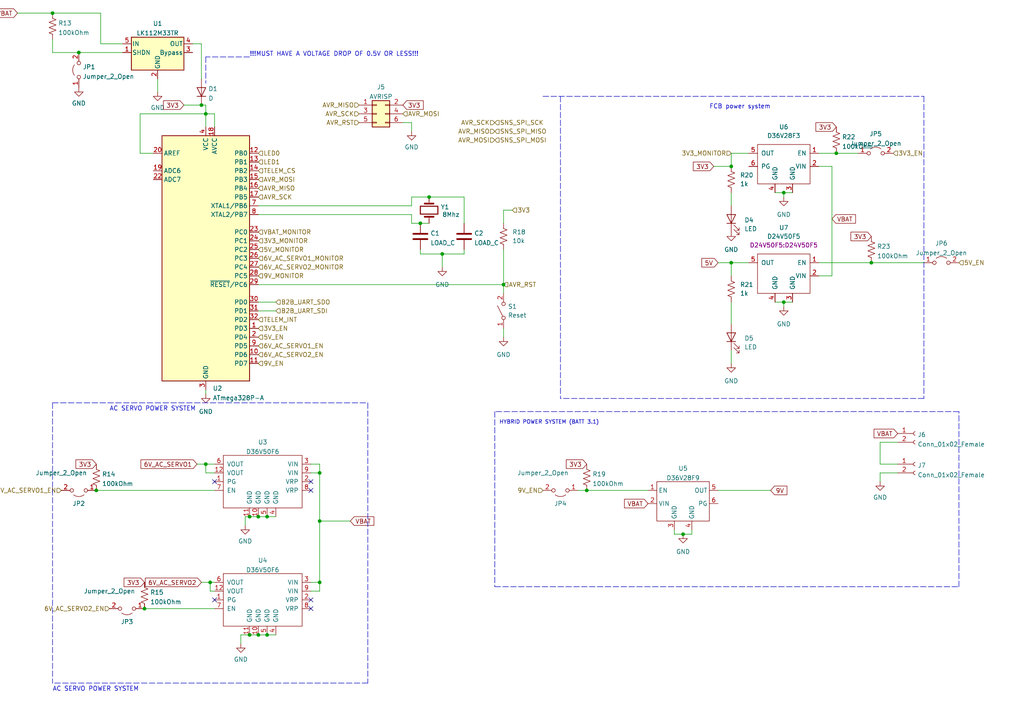
<source format=kicad_sch>
(kicad_sch (version 20211123) (generator eeschema)
  (paper "A4")
  (lib_symbols
    (symbol "Connector:Conn_01x02_Female" (pin_names (offset 1.016) hide)
      (property "Reference" "J" (at 0 2.54 0))
      (property "Value" "Conn_01x02_Female" (at 0 -5.08 0))
      (symbol "Conn_01x02_Female_1_1"
        (pin passive line (at -5.08 0 0) (length 3.81) (name "Pin_1") (number "1"))
        (pin passive line (at -5.08 -2.54 0) (length 3.81) (name "Pin_2") (number "2"))
      )
    )
    (symbol "Connector_Generic:Conn_02x03_Odd_Even" (pin_names (offset 1.016) hide)
      (property "Reference" "J" (at 1.27 5.08 0))
      (property "Value" "Conn_02x03_Odd_Even" (at 1.27 -5.08 0))
      (symbol "Conn_02x03_Odd_Even_1_1"
        (pin passive line (at -5.08 2.54 0) (length 3.81) (name "Pin_1") (number "1"))
        (pin passive line (at 7.62 2.54 180) (length 3.81) (name "Pin_2") (number "2"))
        (pin passive line (at -5.08 0 0) (length 3.81) (name "Pin_3") (number "3"))
        (pin passive line (at 7.62 0 180) (length 3.81) (name "Pin_4") (number "4"))
        (pin passive line (at -5.08 -2.54 0) (length 3.81) (name "Pin_5") (number "5"))
        (pin passive line (at 7.62 -2.54 180) (length 3.81) (name "Pin_6") (number "6"))
      )
    )
    (symbol "Connector_Generic:Conn_02x12_Odd_Even" (pin_names (offset 1.016) hide)
      (property "Reference" "J" (at 1.27 15.24 0))
      (property "Value" "Conn_02x12_Odd_Even" (at 1.27 -17.78 0))
      (symbol "Conn_02x12_Odd_Even_1_1"
        (pin passive line (at -5.08 12.7 0) (length 3.81) (name "Pin_1") (number "1"))
        (pin passive line (at 7.62 2.54 180) (length 3.81) (name "Pin_10") (number "10"))
        (pin passive line (at -5.08 0 0) (length 3.81) (name "Pin_11") (number "11"))
        (pin passive line (at 7.62 0 180) (length 3.81) (name "Pin_12") (number "12"))
        (pin passive line (at -5.08 -2.54 0) (length 3.81) (name "Pin_13") (number "13"))
        (pin passive line (at 7.62 -2.54 180) (length 3.81) (name "Pin_14") (number "14"))
        (pin passive line (at -5.08 -5.08 0) (length 3.81) (name "Pin_15") (number "15"))
        (pin passive line (at 7.62 -5.08 180) (length 3.81) (name "Pin_16") (number "16"))
        (pin passive line (at -5.08 -7.62 0) (length 3.81) (name "Pin_17") (number "17"))
        (pin passive line (at 7.62 -7.62 180) (length 3.81) (name "Pin_18") (number "18"))
        (pin passive line (at -5.08 -10.16 0) (length 3.81) (name "Pin_19") (number "19"))
        (pin passive line (at 7.62 12.7 180) (length 3.81) (name "Pin_2") (number "2"))
        (pin passive line (at 7.62 -10.16 180) (length 3.81) (name "Pin_20") (number "20"))
        (pin passive line (at -5.08 -12.7 0) (length 3.81) (name "Pin_21") (number "21"))
        (pin passive line (at 7.62 -12.7 180) (length 3.81) (name "Pin_22") (number "22"))
        (pin passive line (at -5.08 -15.24 0) (length 3.81) (name "Pin_23") (number "23"))
        (pin passive line (at 7.62 -15.24 180) (length 3.81) (name "Pin_24") (number "24"))
        (pin passive line (at -5.08 10.16 0) (length 3.81) (name "Pin_3") (number "3"))
        (pin passive line (at 7.62 10.16 180) (length 3.81) (name "Pin_4") (number "4"))
        (pin passive line (at -5.08 7.62 0) (length 3.81) (name "Pin_5") (number "5"))
        (pin passive line (at 7.62 7.62 180) (length 3.81) (name "Pin_6") (number "6"))
        (pin passive line (at -5.08 5.08 0) (length 3.81) (name "Pin_7") (number "7"))
        (pin passive line (at 7.62 5.08 180) (length 3.81) (name "Pin_8") (number "8"))
        (pin passive line (at -5.08 2.54 0) (length 3.81) (name "Pin_9") (number "9"))
      )
    )
    (symbol "D24V50F5:C" (pin_numbers hide) (pin_names (offset 0.254))
      (property "Reference" "C" (at 0.635 2.54 0))
      (property "Value" "C" (at 0.635 -2.54 0))
      (symbol "C_1_1"
        (pin passive line (at 0 3.81 270) (length 2.794) (name "~") (number "1"))
        (pin passive line (at 0 -3.81 90) (length 2.794) (name "~") (number "2"))
      )
    )
    (symbol "D24V50F5:Crystal" (pin_numbers hide) (pin_names (offset 1.016) hide)
      (property "Reference" "Y" (at 0 3.81 0))
      (property "Value" "Crystal" (at 0 -3.81 0))
      (symbol "Crystal_1_1"
        (pin passive line (at -3.81 0 0) (length 1.27) (name "1") (number "1"))
        (pin passive line (at 3.81 0 180) (length 1.27) (name "2") (number "2"))
      )
    )
    (symbol "D24V50F5:D" (pin_numbers hide) (pin_names (offset 1.016) hide)
      (property "Reference" "D" (at 0 2.54 0))
      (property "Value" "D" (at 0 -2.54 0))
      (symbol "D_1_1"
        (pin passive line (at -3.81 0 0) (length 2.54) (name "K") (number "1"))
        (pin passive line (at 3.81 0 180) (length 2.54) (name "A") (number "2"))
      )
    )
    (symbol "D24V50F5:D24V50F5" (pin_names (offset 1.016))
      (property "Reference" "U" (at 0 2.54 0))
      (property "Value" "D24V50F5" (at 0 0 0))
      (property "Footprint" "D24V50F5:D24V50F5" (at 0 6.35 0))
      (symbol "D24V50F5_1_1"
        (pin input line (at -10.16 -3.81 0) (length 2.54) (name "EN") (number "1"))
        (pin input line (at -10.16 -7.62 0) (length 2.54) (name "VIN") (number "2"))
        (pin input line (at -2.54 -15.24 90) (length 2.54) (name "GND") (number "3"))
        (pin input line (at 2.54 -15.24 90) (length 2.54) (name "GND") (number "4"))
        (pin output line (at 10.16 -3.81 180) (length 2.54) (name "OUT") (number "5"))
      )
    )
    (symbol "D24V50F5:LED" (pin_numbers hide) (pin_names (offset 1.016) hide)
      (property "Reference" "D" (at 0 2.54 0))
      (property "Value" "LED" (at 0 -2.54 0))
      (symbol "LED_1_1"
        (pin passive line (at -3.81 0 0) (length 2.54) (name "K") (number "1"))
        (pin passive line (at 3.81 0 180) (length 2.54) (name "A") (number "2"))
      )
    )
    (symbol "D24V50F5:R_US" (pin_numbers hide) (pin_names (offset 0))
      (property "Reference" "R" (at 2.54 0 90))
      (property "Value" "R_US" (at -2.54 0 90))
      (symbol "R_US_1_1"
        (pin passive line (at 0 3.81 270) (length 1.27) (name "~") (number "1"))
        (pin passive line (at 0 -3.81 90) (length 1.27) (name "~") (number "2"))
      )
    )
    (symbol "D36V28F3:D36V28F3" (pin_names (offset 1.016))
      (property "Reference" "U" (at -6.35 1.27 0))
      (property "Value" "D36V28F3" (at 2.54 1.27 0))
      (symbol "D36V28F3_1_1"
        (pin input line (at -10.16 -2.54 0) (length 2.54) (name "EN") (number "1"))
        (pin input line (at -10.16 -6.35 0) (length 2.54) (name "VIN") (number "2"))
        (pin input line (at -2.54 -13.97 90) (length 2.54) (name "GND") (number "3"))
        (pin input line (at 2.54 -13.97 90) (length 2.54) (name "GND") (number "4"))
        (pin output line (at 10.16 -2.54 180) (length 2.54) (name "OUT") (number "5"))
        (pin output line (at 10.16 -6.35 180) (length 2.54) (name "PG") (number "6"))
      )
    )
    (symbol "D36V28F9:D36V28F9"
      (property "Reference" "U" (at 0 13.97 0))
      (property "Value" "D36V28F9" (at 0 11.43 0))
      (symbol "D36V28F9_1_1"
        (pin input line (at -10.16 7.62 0) (length 2.54) (name "EN") (number "1"))
        (pin input line (at -10.16 3.81 0) (length 2.54) (name "VIN") (number "2"))
        (pin input line (at -2.54 -3.81 90) (length 2.54) (name "GND") (number "3"))
        (pin input line (at 2.54 -3.81 90) (length 2.54) (name "GND") (number "4"))
        (pin output line (at 10.16 7.62 180) (length 2.54) (name "OUT") (number "5"))
        (pin output line (at 10.16 3.81 180) (length 2.54) (name "PG") (number "6"))
      )
    )
    (symbol "D36V50F6:D36V50F6" (pin_names (offset 1.016))
      (property "Reference" "U" (at 0 2.54 0))
      (property "Value" "D36V50F6" (at 0 0 0))
      (symbol "D36V50F6_1_1"
        (pin output line (at 13.97 -8.89 180) (length 2.54) (name "PG") (number "1"))
        (pin input line (at 1.27 -19.05 90) (length 2.54) (name "GND") (number "10"))
        (pin input line (at 3.81 -19.05 90) (length 2.54) (name "GND") (number "11"))
        (pin output line (at 13.97 -6.35 180) (length 2.54) (name "VOUT") (number "12"))
        (pin output line (at -13.97 -8.89 0) (length 2.54) (name "VRP") (number "2"))
        (pin input line (at -13.97 -3.81 0) (length 2.54) (name "VIN") (number "3"))
        (pin input line (at -3.81 -19.05 90) (length 2.54) (name "GND") (number "4"))
        (pin input line (at -1.27 -19.05 90) (length 2.54) (name "GND") (number "5"))
        (pin output line (at 13.97 -3.81 180) (length 2.54) (name "VOUT") (number "6"))
        (pin input line (at 13.97 -11.43 180) (length 2.54) (name "EN") (number "7"))
        (pin output line (at -13.97 -11.43 0) (length 2.54) (name "VRP") (number "8"))
        (pin input line (at -13.97 -6.35 0) (length 2.54) (name "VIN") (number "9"))
      )
    )
    (symbol "Device:LED" (pin_numbers hide) (pin_names (offset 1.016) hide)
      (property "Reference" "D" (at 0 2.54 0))
      (property "Value" "LED" (at 0 -2.54 0))
      (symbol "LED_1_1"
        (pin passive line (at -3.81 0 0) (length 2.54) (name "K") (number "1"))
        (pin passive line (at 3.81 0 180) (length 2.54) (name "A") (number "2"))
      )
    )
    (symbol "Device:R_US" (pin_numbers hide) (pin_names (offset 0))
      (property "Reference" "R" (at 2.54 0 90))
      (property "Value" "R_US" (at -2.54 0 90))
      (symbol "R_US_1_1"
        (pin passive line (at 0 3.81 270) (length 1.27) (name "~") (number "1"))
        (pin passive line (at 0 -3.81 90) (length 1.27) (name "~") (number "2"))
      )
    )
    (symbol "Jumper:Jumper_2_Open" (pin_names (offset 0) hide)
      (property "Reference" "JP" (at 0 2.794 0))
      (property "Value" "Jumper_2_Open" (at 0 -2.286 0))
      (symbol "Jumper_2_Open_1_1"
        (pin passive line (at -5.08 0 0) (length 2.54) (name "A") (number "1"))
        (pin passive line (at 5.08 0 180) (length 2.54) (name "B") (number "2"))
      )
    )
    (symbol "MCU_Microchip_ATmega:ATmega328P-A"
      (property "Reference" "U" (at -12.7 36.83 0))
      (property "Value" "ATmega328P-A" (at 2.54 -36.83 0))
      (symbol "ATmega328P-A_1_1"
        (pin bidirectional line (at 15.24 -20.32 180) (length 2.54) (name "PD3") (number "1"))
        (pin bidirectional line (at 15.24 -27.94 180) (length 2.54) (name "PD6") (number "10"))
        (pin bidirectional line (at 15.24 -30.48 180) (length 2.54) (name "PD7") (number "11"))
        (pin bidirectional line (at 15.24 30.48 180) (length 2.54) (name "PB0") (number "12"))
        (pin bidirectional line (at 15.24 27.94 180) (length 2.54) (name "PB1") (number "13"))
        (pin bidirectional line (at 15.24 25.4 180) (length 2.54) (name "PB2") (number "14"))
        (pin bidirectional line (at 15.24 22.86 180) (length 2.54) (name "PB3") (number "15"))
        (pin bidirectional line (at 15.24 20.32 180) (length 2.54) (name "PB4") (number "16"))
        (pin bidirectional line (at 15.24 17.78 180) (length 2.54) (name "PB5") (number "17"))
        (pin power_in line (at 2.54 38.1 270) (length 2.54) (name "AVCC") (number "18"))
        (pin input line (at -15.24 25.4 0) (length 2.54) (name "ADC6") (number "19"))
        (pin bidirectional line (at 15.24 -22.86 180) (length 2.54) (name "PD4") (number "2"))
        (pin passive line (at -15.24 30.48 0) (length 2.54) (name "AREF") (number "20"))
        (pin passive line (at 0 -38.1 90) (length 2.54) hide (name "GND") (number "21"))
        (pin input line (at -15.24 22.86 0) (length 2.54) (name "ADC7") (number "22"))
        (pin bidirectional line (at 15.24 7.62 180) (length 2.54) (name "PC0") (number "23"))
        (pin bidirectional line (at 15.24 5.08 180) (length 2.54) (name "PC1") (number "24"))
        (pin bidirectional line (at 15.24 2.54 180) (length 2.54) (name "PC2") (number "25"))
        (pin bidirectional line (at 15.24 0 180) (length 2.54) (name "PC3") (number "26"))
        (pin bidirectional line (at 15.24 -2.54 180) (length 2.54) (name "PC4") (number "27"))
        (pin bidirectional line (at 15.24 -5.08 180) (length 2.54) (name "PC5") (number "28"))
        (pin bidirectional line (at 15.24 -7.62 180) (length 2.54) (name "~{RESET}/PC6") (number "29"))
        (pin power_in line (at 0 -38.1 90) (length 2.54) (name "GND") (number "3"))
        (pin bidirectional line (at 15.24 -12.7 180) (length 2.54) (name "PD0") (number "30"))
        (pin bidirectional line (at 15.24 -15.24 180) (length 2.54) (name "PD1") (number "31"))
        (pin bidirectional line (at 15.24 -17.78 180) (length 2.54) (name "PD2") (number "32"))
        (pin power_in line (at 0 38.1 270) (length 2.54) (name "VCC") (number "4"))
        (pin passive line (at 0 -38.1 90) (length 2.54) hide (name "GND") (number "5"))
        (pin passive line (at 0 38.1 270) (length 2.54) hide (name "VCC") (number "6"))
        (pin bidirectional line (at 15.24 15.24 180) (length 2.54) (name "XTAL1/PB6") (number "7"))
        (pin bidirectional line (at 15.24 12.7 180) (length 2.54) (name "XTAL2/PB7") (number "8"))
        (pin bidirectional line (at 15.24 -25.4 180) (length 2.54) (name "PD5") (number "9"))
      )
    )
    (symbol "Regulator_Linear:LK112M33TR" (pin_names (offset 0.254))
      (property "Reference" "U" (at -6.35 5.715 0))
      (property "Value" "LK112M33TR" (at 0 5.715 0))
      (symbol "LK112M33TR_1_1"
        (pin input line (at -10.16 0 0) (length 2.54) (name "SHDN") (number "1"))
        (pin power_in line (at 0 -7.62 90) (length 2.54) (name "GND") (number "2"))
        (pin passive line (at 10.16 0 180) (length 2.54) (name "Bypass") (number "3"))
        (pin power_out line (at 10.16 2.54 180) (length 2.54) (name "OUT") (number "4"))
        (pin power_in line (at -10.16 2.54 0) (length 2.54) (name "IN") (number "5"))
      )
    )
    (symbol "Switch:SW_SPST" (pin_names (offset 0) hide)
      (property "Reference" "SW" (at 0 3.175 0))
      (property "Value" "SW_SPST" (at 0 -2.54 0))
      (symbol "SW_SPST_1_1"
        (pin passive line (at -5.08 0 0) (length 2.54) (name "A") (number "1"))
        (pin passive line (at 5.08 0 180) (length 2.54) (name "B") (number "2"))
      )
    )
    (symbol "power:GND" (power) (pin_names (offset 0))
      (property "Value" "GND" (at 0 -3.81 0))
      (symbol "GND_1_1"
        (pin power_in line (at 0 0 270) (length 0) hide (name "GND") (number "1"))
      )
    )
  )
  (junction (at 170.18 142.24))
  (junction (at 60.96 168.91))
  (junction (at 153.67 -13.97))
  (junction (at 41.91 176.53))
  (junction (at 59.69 33.02))
  (junction (at -33.02 105.41))
  (junction (at 128.27 73.66))
  (junction (at 59.69 134.62))
  (junction (at 146.05 82.55))
  (junction (at 198.12 154.94))
  (junction (at 72.39 184.15))
  (junction (at 74.93 149.86))
  (junction (at 227.33 87.63))
  (junction (at 72.39 149.86))
  (junction (at 121.92 64.77))
  (junction (at 242.57 44.45))
  (junction (at 92.71 168.91))
  (junction (at 212.09 76.2))
  (junction (at 227.33 55.88))
  (junction (at 124.46 57.15))
  (junction (at 74.93 184.15))
  (junction (at 77.47 149.86))
  (junction (at 27.94 142.24))
  (junction (at 22.86 15.24))
  (junction (at 212.09 48.26))
  (junction (at -22.86 69.85))
  (junction (at 252.73 76.2))
  (junction (at 92.71 137.16))
  (junction (at 15.24 3.81))
  (junction (at -31.75 139.7))
  (junction (at 92.71 151.13))
  (junction (at 77.47 184.15))
  (junction (at 58.42 30.48))
  (no_connect (at 90.17 173.99))
  (no_connect (at 62.23 173.99))
  (no_connect (at 90.17 176.53))
  (no_connect (at 90.17 139.7))
  (no_connect (at 62.23 139.7))
  (no_connect (at 90.17 142.24))
  (wire (pts (xy 146.05 -13.97) (xy 153.67 -13.97)))
  (wire (pts (xy 15.24 11.43) (xy 15.24 15.24)))
  (wire (pts (xy 53.34 30.48) (xy 58.42 30.48)))
  (wire (pts (xy 72.39 184.15) (xy 69.85 184.15)))
  (wire (pts (xy 62.23 171.45) (xy 60.96 171.45)))
  (wire (pts (xy 74.93 184.15) (xy 77.47 184.15)))
  (wire (pts (xy 90.17 134.62) (xy 92.71 134.62)))
  (wire (pts (xy 200.66 154.94) (xy 200.66 153.67)))
  (wire (pts (xy 134.62 57.15) (xy 134.62 64.77)))
  (polyline (pts (xy 162.56 27.94) (xy 162.56 115.57)))
  (polyline (pts (xy 72.39 16.51) (xy 59.69 16.51)))
  (wire (pts (xy 153.67 -22.86) (xy 153.67 -13.97)))
  (wire (pts (xy 121.92 73.66) (xy 128.27 73.66)))
  (wire (pts (xy 146.05 95.25) (xy 146.05 97.79)))
  (wire (pts (xy 58.42 30.48) (xy 59.69 30.48)))
  (wire (pts (xy 167.64 142.24) (xy 170.18 142.24)))
  (wire (pts (xy 223.52 142.24) (xy 208.28 142.24)))
  (wire (pts (xy 69.85 184.15) (xy 69.85 186.69)))
  (wire (pts (xy 212.09 55.88) (xy 212.09 59.69)))
  (wire (pts (xy 119.38 35.56) (xy 119.38 38.1)))
  (wire (pts (xy 224.79 55.88) (xy 227.33 55.88)))
  (wire (pts (xy 227.33 55.88) (xy 229.87 55.88)))
  (polyline (pts (xy 267.97 115.57) (xy 162.56 115.57)))
  (wire (pts (xy 41.91 176.53) (xy 62.23 176.53)))
  (wire (pts (xy 40.64 33.02) (xy 40.64 44.45)))
  (wire (pts (xy -35.56 139.7) (xy -31.75 139.7)))
  (wire (pts (xy -22.86 78.74) (xy -22.86 81.28)))
  (wire (pts (xy 74.93 87.63) (xy 80.01 87.63)))
  (wire (pts (xy 57.15 134.62) (xy 59.69 134.62)))
  (polyline (pts (xy 278.13 170.18) (xy 278.13 119.38)))
  (wire (pts (xy -26.67 69.85) (xy -22.86 69.85)))
  (wire (pts (xy 146.05 82.55) (xy 146.05 85.09)))
  (wire (pts (xy 198.12 154.94) (xy 200.66 154.94)))
  (wire (pts (xy -22.86 69.85) (xy -22.86 71.12)))
  (wire (pts (xy 227.33 87.63) (xy 227.33 88.9)))
  (wire (pts (xy -34.29 93.98) (xy -33.02 93.98)))
  (wire (pts (xy 62.23 33.02) (xy 62.23 36.83)))
  (wire (pts (xy -33.02 104.14) (xy -33.02 105.41)))
  (wire (pts (xy 15.24 15.24) (xy 22.86 15.24)))
  (wire (pts (xy 77.47 149.86) (xy 80.01 149.86)))
  (wire (pts (xy -24.13 58.42) (xy -22.86 58.42)))
  (wire (pts (xy 15.24 3.81) (xy 29.21 3.81)))
  (wire (pts (xy 212.09 44.45) (xy 217.17 44.45)))
  (wire (pts (xy 255.27 128.27) (xy 260.35 128.27)))
  (polyline (pts (xy 267.97 27.94) (xy 267.97 115.57)))
  (wire (pts (xy 5.08 3.81) (xy 15.24 3.81)))
  (wire (pts (xy 74.93 149.86) (xy 77.47 149.86)))
  (wire (pts (xy 74.93 82.55) (xy 146.05 82.55)))
  (wire (pts (xy 40.64 33.02) (xy 59.69 33.02)))
  (wire (pts (xy 74.93 90.17) (xy 80.01 90.17)))
  (wire (pts (xy 40.64 44.45) (xy 44.45 44.45)))
  (polyline (pts (xy 143.51 170.18) (xy 278.13 170.18)))
  (wire (pts (xy 29.21 12.7) (xy 35.56 12.7)))
  (wire (pts (xy 255.27 128.27) (xy 255.27 134.62)))
  (wire (pts (xy 101.6 151.13) (xy 92.71 151.13)))
  (wire (pts (xy 134.62 72.39) (xy 134.62 73.66)))
  (wire (pts (xy -33.02 105.41) (xy -33.02 106.68)))
  (wire (pts (xy 77.47 184.15) (xy 80.01 184.15)))
  (wire (pts (xy 146.05 72.39) (xy 146.05 82.55)))
  (wire (pts (xy -31.75 138.43) (xy -31.75 139.7)))
  (wire (pts (xy -43.18 162.56) (xy -41.91 162.56)))
  (wire (pts (xy 237.49 80.01) (xy 241.3 80.01)))
  (wire (pts (xy 195.58 154.94) (xy 198.12 154.94)))
  (wire (pts (xy 92.71 168.91) (xy 92.71 171.45)))
  (wire (pts (xy 252.73 76.2) (xy 267.97 76.2)))
  (polyline (pts (xy 15.24 116.84) (xy 15.24 198.12)))
  (wire (pts (xy 60.96 168.91) (xy 62.23 168.91)))
  (wire (pts (xy 255.27 137.16) (xy 255.27 139.7)))
  (wire (pts (xy 119.38 64.77) (xy 121.92 64.77)))
  (wire (pts (xy -41.91 175.26) (xy -41.91 172.72)))
  (wire (pts (xy 90.17 137.16) (xy 92.71 137.16)))
  (wire (pts (xy 132.08 -13.97) (xy 138.43 -13.97)))
  (wire (pts (xy 227.33 87.63) (xy 229.87 87.63)))
  (wire (pts (xy 72.39 184.15) (xy 74.93 184.15)))
  (wire (pts (xy 241.3 48.26) (xy 237.49 48.26)))
  (wire (pts (xy -53.34 58.42) (xy -52.07 58.42)))
  (wire (pts (xy 148.59 60.96) (xy 146.05 60.96)))
  (wire (pts (xy 124.46 57.15) (xy 134.62 57.15)))
  (wire (pts (xy 255.27 134.62) (xy 260.35 134.62)))
  (wire (pts (xy 22.86 15.24) (xy 35.56 15.24)))
  (wire (pts (xy -52.07 71.12) (xy -52.07 68.58)))
  (wire (pts (xy -22.86 68.58) (xy -22.86 69.85)))
  (wire (pts (xy 146.05 60.96) (xy 146.05 64.77)))
  (wire (pts (xy 116.84 35.56) (xy 119.38 35.56)))
  (wire (pts (xy 212.09 44.45) (xy 212.09 48.26)))
  (wire (pts (xy 72.39 149.86) (xy 71.12 149.86)))
  (wire (pts (xy 128.27 73.66) (xy 128.27 77.47)))
  (wire (pts (xy -52.07 58.42) (xy -52.07 60.96)))
  (wire (pts (xy 92.71 137.16) (xy 92.71 151.13)))
  (wire (pts (xy 58.42 168.91) (xy 60.96 168.91)))
  (wire (pts (xy 45.72 22.86) (xy 45.72 26.67)))
  (wire (pts (xy -52.07 78.74) (xy -52.07 81.28)))
  (wire (pts (xy 90.17 168.91) (xy 92.71 168.91)))
  (wire (pts (xy 227.33 55.88) (xy 227.33 57.15)))
  (wire (pts (xy 237.49 76.2) (xy 252.73 76.2)))
  (wire (pts (xy 212.09 87.63) (xy 212.09 93.98)))
  (wire (pts (xy 58.42 12.7) (xy 58.42 22.86)))
  (polyline (pts (xy 106.68 198.12) (xy 15.24 198.12)))
  (wire (pts (xy 119.38 62.23) (xy 119.38 64.77)))
  (wire (pts (xy 59.69 137.16) (xy 59.69 134.62)))
  (wire (pts (xy 224.79 87.63) (xy 227.33 87.63)))
  (wire (pts (xy 170.18 142.24) (xy 187.96 142.24)))
  (wire (pts (xy 59.69 30.48) (xy 59.69 33.02)))
  (wire (pts (xy 92.71 134.62) (xy 92.71 137.16)))
  (wire (pts (xy -31.75 139.7) (xy -31.75 140.97)))
  (wire (pts (xy -31.75 148.59) (xy -31.75 151.13)))
  (wire (pts (xy 195.58 153.67) (xy 195.58 154.94)))
  (wire (pts (xy 59.69 33.02) (xy 62.23 33.02)))
  (wire (pts (xy 121.92 72.39) (xy 121.92 73.66)))
  (wire (pts (xy 237.49 44.45) (xy 242.57 44.45)))
  (wire (pts (xy 74.93 59.69) (xy 119.38 59.69)))
  (wire (pts (xy 241.3 80.01) (xy 241.3 48.26)))
  (polyline (pts (xy 106.68 116.84) (xy 106.68 198.12)))
  (polyline (pts (xy 157.48 27.94) (xy 267.97 27.94)))
  (wire (pts (xy 59.69 113.03) (xy 59.69 114.3)))
  (wire (pts (xy -22.86 58.42) (xy -22.86 60.96)))
  (wire (pts (xy -31.75 128.27) (xy -31.75 130.81)))
  (wire (pts (xy 121.92 64.77) (xy 124.46 64.77)))
  (polyline (pts (xy 278.13 119.38) (xy 143.51 119.38)))
  (wire (pts (xy 260.35 137.16) (xy 255.27 137.16)))
  (wire (pts (xy -41.91 182.88) (xy -41.91 185.42)))
  (wire (pts (xy 212.09 101.6) (xy 212.09 105.41)))
  (wire (pts (xy 55.88 12.7) (xy 58.42 12.7)))
  (wire (pts (xy 74.93 62.23) (xy 119.38 62.23)))
  (wire (pts (xy 71.12 149.86) (xy 71.12 152.4)))
  (wire (pts (xy -41.91 162.56) (xy -41.91 165.1)))
  (wire (pts (xy 59.69 134.62) (xy 62.23 134.62)))
  (wire (pts (xy 212.09 76.2) (xy 217.17 76.2)))
  (wire (pts (xy 92.71 171.45) (xy 90.17 171.45)))
  (wire (pts (xy 59.69 33.02) (xy 59.69 36.83)))
  (wire (pts (xy -33.02 128.27) (xy -31.75 128.27)))
  (wire (pts (xy 72.39 149.86) (xy 74.93 149.86)))
  (wire (pts (xy 146.05 -22.86) (xy 153.67 -22.86)))
  (wire (pts (xy 207.01 48.26) (xy 212.09 48.26)))
  (polyline (pts (xy 15.24 116.84) (xy 106.68 116.84)))
  (wire (pts (xy 62.23 137.16) (xy 59.69 137.16)))
  (wire (pts (xy 242.57 44.45) (xy 248.92 44.45)))
  (polyline (pts (xy 59.69 16.51) (xy 59.69 24.13)))
  (wire (pts (xy -33.02 93.98) (xy -33.02 96.52)))
  (wire (pts (xy 134.62 73.66) (xy 128.27 73.66)))
  (wire (pts (xy -33.02 114.3) (xy -33.02 116.84)))
  (wire (pts (xy 212.09 76.2) (xy 212.09 80.01)))
  (wire (pts (xy 119.38 57.15) (xy 119.38 59.69)))
  (wire (pts (xy 153.67 -13.97) (xy 153.67 -8.89)))
  (wire (pts (xy 124.46 57.15) (xy 119.38 57.15)))
  (wire (pts (xy 208.28 76.2) (xy 212.09 76.2)))
  (wire (pts (xy 29.21 3.81) (xy 29.21 12.7)))
  (wire (pts (xy 27.94 142.24) (xy 62.23 142.24)))
  (polyline (pts (xy 143.51 119.38) (xy 143.51 170.18)))
  (wire (pts (xy -36.83 105.41) (xy -33.02 105.41)))
  (wire (pts (xy 132.08 -22.86) (xy 138.43 -22.86)))
  (wire (pts (xy 92.71 151.13) (xy 92.71 168.91)))
  (wire (pts (xy 60.96 171.45) (xy 60.96 168.91)))
  (text "HYBRID POWER SYSTEM (BATT 3.1)" (at 144.78 123.19 0) (effects (font (size 1.1 1.1)) (justify left bottom)))
  (text "!!!MUST HAVE A VOLTAGE DROP OF 0.5V OR LESS!!!" (at 72.39 16.51 0) (effects (font (size 1.27 1.27)) (justify left bottom)))
  (text "FCB power system" (at 205.74 31.75 0) (effects (font (size 1.27 1.27)) (justify left bottom)))
  (text "AC SERVO POWER SYSTEM" (at 15.24 200.66 0) (effects (font (size 1.27 1.27)) (justify left bottom)))
  (text "AC SERVO POWER SYSTEM" (at 31.75 119.38 0) (effects (font (size 1.27 1.27)) (justify left bottom)))
  (global_label "3V3" (shape input) (at 27.94 134.62 180) (property "Intersheet References" "${INTERSHEET_REFS}" (effects hide)))
  (global_label "3V3" (shape input) (at 116.84 30.48 0) (property "Intersheet References" "${INTERSHEET_REFS}" (effects hide)))
  (global_label "VBAT" (shape input) (at 5.08 3.81 180) (property "Intersheet References" "${INTERSHEET_REFS}" (effects hide)))
  (global_label "VBAT" (shape input) (at 187.96 146.05 180) (property "Intersheet References" "${INTERSHEET_REFS}" (effects hide)))
  (global_label "9V" (shape input) (at -43.18 162.56 180) (property "Intersheet References" "${INTERSHEET_REFS}" (effects hide)))
  (global_label "6V_AC_SERVO2" (shape input) (at 392.43 303.53 180) (property "Intersheet References" "${INTERSHEET_REFS}" (effects hide)))
  (global_label "5V" (shape input) (at 208.28 76.2 180) (property "Intersheet References" "${INTERSHEET_REFS}" (effects hide)))
  (global_label "3V3" (shape input) (at 207.01 48.26 180) (property "Intersheet References" "${INTERSHEET_REFS}" (effects hide)))
  (global_label "VBAT" (shape input) (at 101.6 151.13 0) (property "Intersheet References" "${INTERSHEET_REFS}" (effects hide)))
  (global_label "3V3" (shape input) (at 242.57 36.83 180) (property "Intersheet References" "${INTERSHEET_REFS}" (effects hide)))
  (global_label "5V" (shape input) (at -24.13 58.42 180) (property "Intersheet References" "${INTERSHEET_REFS}" (effects hide)))
  (global_label "VBAT" (shape input) (at 260.35 125.73 180) (property "Intersheet References" "${INTERSHEET_REFS}" (effects hide)))
  (global_label "6V_AC_SERVO2" (shape input) (at 58.42 168.91 180) (property "Intersheet References" "${INTERSHEET_REFS}" (effects hide)))
  (global_label "6V_AC_SERVO1" (shape input) (at 57.15 134.62 180) (property "Intersheet References" "${INTERSHEET_REFS}" (effects hide)))
  (global_label "VBAT" (shape input) (at -53.34 58.42 180) (property "Intersheet References" "${INTERSHEET_REFS}" (effects hide)))
  (global_label "6V_AC_SERVO1" (shape input) (at 322.58 257.81 0) (property "Intersheet References" "${INTERSHEET_REFS}" (effects hide)))
  (global_label "3V3" (shape input) (at 41.91 168.91 180) (property "Intersheet References" "${INTERSHEET_REFS}" (effects hide)))
  (global_label "6V_AC_SERVO2" (shape input) (at -33.02 128.27 180) (property "Intersheet References" "${INTERSHEET_REFS}" (effects hide)))
  (global_label "3V3" (shape input) (at 170.18 134.62 180) (property "Intersheet References" "${INTERSHEET_REFS}" (effects hide)))
  (global_label "9V" (shape input) (at 223.52 142.24 0) (property "Intersheet References" "${INTERSHEET_REFS}" (effects hide)))
  (global_label "VBAT" (shape input) (at 241.3 63.5 0) (property "Intersheet References" "${INTERSHEET_REFS}" (effects hide)))
  (global_label "6V_AC_SERVO1" (shape input) (at 309.88 298.45 180) (property "Intersheet References" "${INTERSHEET_REFS}" (effects hide)))
  (global_label "6V_AC_SERVO2" (shape input) (at 398.78 257.81 0) (property "Intersheet References" "${INTERSHEET_REFS}" (effects hide)))
  (global_label "3V3" (shape input) (at 252.73 68.58 180) (property "Intersheet References" "${INTERSHEET_REFS}" (effects hide)))
  (global_label "6V_AC_SERVO1" (shape input) (at -34.29 93.98 180) (property "Intersheet References" "${INTERSHEET_REFS}" (effects hide)))
  (global_label "3V3" (shape input) (at 53.34 30.48 180) (property "Intersheet References" "${INTERSHEET_REFS}" (effects hide)))
  (hierarchical_label "B2B_GPIO_11" (shape input) (at 392.43 278.13 180))
  (hierarchical_label "6V_AC_SERVO2_MONITOR" (shape input) (at -35.56 139.7 180))
  (hierarchical_label "9V_MONITOR" (shape input) (at 74.93 80.01 0))
  (hierarchical_label "GND" (shape input) (at 405.13 285.75 0))
  (hierarchical_label "AVR_MOSI" (shape input) (at 143.51 40.64 180))
  (hierarchical_label "GND" (shape input) (at 309.88 242.57 180))
  (hierarchical_label "TELEM_RST" (shape input) (at 322.58 240.03 0))
  (hierarchical_label "TELEM_INT" (shape input) (at 74.93 92.71 0))
  (hierarchical_label "GND" (shape input) (at 386.08 240.03 180))
  (hierarchical_label "TELEM_GPIO_5" (shape input) (at 405.13 293.37 0))
  (hierarchical_label "TELEM_GPIO_4" (shape input) (at 309.88 295.91 180))
  (hierarchical_label "CONT_GND" (shape input) (at 386.08 245.11 180))
  (hierarchical_label "B2B_GPIO_6" (shape input) (at 386.08 250.19 180))
  (hierarchical_label "LED0" (shape input) (at 74.93 44.45 0))
  (hierarchical_label "3V3" (shape input) (at 270.51 259.08 180))
  (hierarchical_label "B2B_SPI_MISO" (shape input) (at 322.58 293.37 0))
  (hierarchical_label "AVR_RST" (shape input) (at 146.05 82.55 0))
  (hierarchical_label "TELEM_GPIO_3" (shape input) (at 322.58 252.73 0))
  (hierarchical_label "TELEM_CS" (shape input) (at 322.58 234.95 0))
  (hierarchical_label "B2B_I2C_SDA" (shape input) (at 309.88 257.81 180))
  (hierarchical_label "TELEM_GPIO_1" (shape input) (at 309.88 288.29 180))
  (hierarchical_label "VBAT_MONITOR" (shape input) (at -52.07 69.85 180))
  (hierarchical_label "B2B_GPIO_19" (shape input) (at 392.43 298.45 180))
  (hierarchical_label "5V" (shape input) (at 322.58 275.59 0))
  (hierarchical_label "TELEM_GPIO_1" (shape input) (at 322.58 247.65 0))
  (hierarchical_label "5V" (shape input) (at 386.08 234.95 180))
  (hierarchical_label "B2B_GPIO_19" (shape input) (at 398.78 252.73 0))
  (hierarchical_label "B2B_GPIO_13" (shape input) (at 392.43 283.21 180))
  (hierarchical_label "B2B_GPIO_8" (shape input) (at 405.13 300.99 0))
  (hierarchical_label "9V_MONITOR" (shape input) (at -41.91 173.99 180))
  (hierarchical_label "TELEM_INT" (shape input) (at 322.58 237.49 0))
  (hierarchical_label "AVR_MISO" (shape input) (at 104.14 30.48 180))
  (hierarchical_label "TELEM_INT" (shape input) (at 309.88 278.13 180))
  (hierarchical_label "CONT_3V3" (shape input) (at 322.58 285.75 0))
  (hierarchical_label "3V3" (shape input) (at 148.59 60.96 0))
  (hierarchical_label "POWER_STATE" (shape input) (at 322.58 242.57 0))
  (hierarchical_label "CONT_GND" (shape input) (at 270.51 261.62 0))
  (hierarchical_label "TELEM_GPIO_3" (shape input) (at 309.88 293.37 180))
  (hierarchical_label "5V" (shape input) (at 309.88 234.95 180))
  (hierarchical_label "VBAT" (shape input) (at 309.88 229.87 180))
  (hierarchical_label "3V3" (shape input) (at 309.88 237.49 180))
  (hierarchical_label "B2B_SPI_SCK" (shape input) (at 309.88 247.65 180))
  (hierarchical_label "B2B_GPIO_10" (shape input) (at 398.78 229.87 0))
  (hierarchical_label "9V_EN" (shape input) (at 157.48 142.24 180))
  (hierarchical_label "B2B_GPIO_17" (shape input) (at 392.43 293.37 180))
  (hierarchical_label "B2B_GPIO_15" (shape input) (at 392.43 288.29 180))
  (hierarchical_label "3V3_EN" (shape input) (at 259.08 44.45 0))
  (hierarchical_label "AVR_MISO" (shape input) (at 74.93 54.61 0))
  (hierarchical_label "TELEM_CS" (shape input) (at 309.88 275.59 180))
  (hierarchical_label "6V_AC_SERVO1_EN" (shape input) (at 74.93 100.33 0))
  (hierarchical_label "5V_MONITOR" (shape input) (at 74.93 72.39 0))
  (hierarchical_label "B2B_GPIO_10" (shape input) (at 392.43 275.59 180))
  (hierarchical_label "LED1" (shape input) (at 74.93 46.99 0))
  (hierarchical_label "AVR_MOSI" (shape input) (at 74.93 52.07 0))
  (hierarchical_label "B2B_GPIO_20" (shape input) (at 398.78 255.27 0))
  (hierarchical_label "6V_AC_SERVO1_EN" (shape input) (at 17.78 142.24 180))
  (hierarchical_label "5V_EN" (shape input) (at 74.93 97.79 0))
  (hierarchical_label "SNS_SPI_MISO" (shape input) (at 143.51 38.1 0))
  (hierarchical_label "TELEM_CS" (shape input) (at 74.93 49.53 0))
  (hierarchical_label "9V" (shape input) (at 405.13 278.13 0))
  (hierarchical_label "VBAT" (shape input) (at 322.58 270.51 0))
  (hierarchical_label "LED1" (shape input) (at 124.46 -13.97 180))
  (hierarchical_label "GND" (shape input) (at 270.51 261.62 180))
  (hierarchical_label "CONT_GND" (shape input) (at 405.13 290.83 0))
  (hierarchical_label "B2B_GPIO_16" (shape input) (at 398.78 245.11 0))
  (hierarchical_label "CONT_3V3" (shape input) (at 270.51 259.08 0))
  (hierarchical_label "POWER_STATE" (shape input) (at 309.88 283.21 180))
  (hierarchical_label "POWER_RESET" (shape input) (at 322.58 245.11 0))
  (hierarchical_label "B2B_GPIO_18" (shape input) (at 392.43 295.91 180))
  (hierarchical_label "3V3" (shape input) (at 405.13 283.21 0))
  (hierarchical_label "6V_AC_SERVO2_MONITOR" (shape input) (at 74.93 77.47 0))
  (hierarchical_label "B2B_GPIO_7" (shape input) (at 405.13 298.45 0))
  (hierarchical_label "3V3" (shape input) (at 386.08 237.49 180))
  (hierarchical_label "9V_EN" (shape input) (at 74.93 105.41 0))
  (hierarchical_label "GND" (shape input) (at 386.08 242.57 180))
  (hierarchical_label "B2B_I2C_SCL" (shape input) (at 322.58 295.91 0))
  (hierarchical_label "B2B_GPIO_12" (shape input) (at 398.78 234.95 0))
  (hierarchical_label "SNS_SPI_MOSI" (shape input) (at 143.51 40.64 0))
  (hierarchical_label "POWER_RESET" (shape input) (at 309.88 285.75 180))
  (hierarchical_label "3V3_MONITOR" (shape input) (at 212.09 44.45 180))
  (hierarchical_label "VBAT" (shape input) (at 405.13 275.59 0))
  (hierarchical_label "B2B_I2C_SCL" (shape input) (at 309.88 255.27 180))
  (hierarchical_label "B2B_SPI_MOSI" (shape input) (at 322.58 290.83 0))
  (hierarchical_label "B2B_GPIO_20" (shape input) (at 392.43 300.99 180))
  (hierarchical_label "B2B_GPIO_8" (shape input) (at 386.08 255.27 180))
  (hierarchical_label "GND" (shape input) (at 405.13 288.29 0))
  (hierarchical_label "B2B_I2C_SDA" (shape input) (at 322.58 298.45 0))
  (hierarchical_label "B2B_GPIO_6" (shape input) (at 405.13 295.91 0))
  (hierarchical_label "3V3_MONITOR" (shape input) (at 74.93 69.85 0))
  (hierarchical_label "9V" (shape input) (at 309.88 232.41 180))
  (hierarchical_label "3V3" (shape input) (at 322.58 278.13 0))
  (hierarchical_label "SNS_SPI_SCK" (shape input) (at 143.51 35.56 0))
  (hierarchical_label "TELEM_RST" (shape input) (at 309.88 280.67 180))
  (hierarchical_label "B2B_GPIO_7" (shape input) (at 386.08 252.73 180))
  (hierarchical_label "B2B_GPIO_9" (shape input) (at 405.13 303.53 0))
  (hierarchical_label "5V_MONITOR" (shape input) (at -26.67 69.85 180))
  (hierarchical_label "B2B_UART_SDO" (shape input) (at 322.58 232.41 0))
  (hierarchical_label "B2B_GPIO_14" (shape input) (at 392.43 285.75 180))
  (hierarchical_label "B2B_GPIO_9" (shape input) (at 386.08 257.81 180))
  (hierarchical_label "VBAT" (shape input) (at 386.08 229.87 180))
  (hierarchical_label "6V_AC_SERVO2_EN" (shape input) (at 74.93 102.87 0))
  (hierarchical_label "6V_AC_SERVO2_EN" (shape input) (at 31.75 176.53 180))
  (hierarchical_label "5V" (shape input) (at 405.13 280.67 0))
  (hierarchical_label "5V_EN" (shape input) (at 278.13 76.2 0))
  (hierarchical_label "LED0" (shape input) (at 124.46 -22.86 180))
  (hierarchical_label "B2B_UART_SDI" (shape input) (at 309.88 270.51 180))
  (hierarchical_label "GND" (shape input) (at 322.58 280.67 0))
  (hierarchical_label "AVR_SCK" (shape input) (at 74.93 57.15 0))
  (hierarchical_label "B2B_GPIO_15" (shape input) (at 398.78 242.57 0))
  (hierarchical_label "B2B_UART_SDI" (shape input) (at 322.58 229.87 0))
  (hierarchical_label "B2B_GPIO_16" (shape input) (at 392.43 290.83 180))
  (hierarchical_label "CONT_3V3" (shape input) (at 309.88 245.11 180))
  (hierarchical_label "TELEM_GPIO_2" (shape input) (at 309.88 290.83 180))
  (hierarchical_label "B2B_GPIO_11" (shape input) (at 398.78 232.41 0))
  (hierarchical_label "6V_AC_SERVO1_MONITOR" (shape input) (at -36.83 105.41 180))
  (hierarchical_label "B2B_SPI_MOSI" (shape input) (at 309.88 250.19 180))
  (hierarchical_label "AVR_SCK" (shape input) (at 104.14 33.02 180))
  (hierarchical_label "AVR_RST" (shape input) (at 104.14 35.56 180))
  (hierarchical_label "TELEM_GPIO_4" (shape input) (at 322.58 255.27 0))
  (hierarchical_label "B2B_GPIO_17" (shape input) (at 398.78 247.65 0))
  (hierarchical_label "AVR_MOSI" (shape input) (at 116.84 33.02 0))
  (hierarchical_label "AVR_SCK" (shape input) (at 143.51 35.56 180))
  (hierarchical_label "B2B_SPI_SCK" (shape input) (at 322.58 288.29 0))
  (hierarchical_label "GND" (shape input) (at 309.88 240.03 180))
  (hierarchical_label "B2B_UART_SDO" (shape input) (at 80.01 87.63 0))
  (hierarchical_label "3V3_EN" (shape input) (at 74.93 95.25 0))
  (hierarchical_label "B2B_SPI_MISO" (shape input) (at 309.88 252.73 180))
  (hierarchical_label "GND" (shape input) (at 322.58 283.21 0))
  (hierarchical_label "9V" (shape input) (at 322.58 273.05 0))
  (hierarchical_label "B2B_GPIO_13" (shape input) (at 398.78 237.49 0))
  (hierarchical_label "B2B_GPIO_14" (shape input) (at 398.78 240.03 0))
  (hierarchical_label "TELEM_GPIO_5" (shape input) (at 386.08 247.65 180))
  (hierarchical_label "9V" (shape input) (at 386.08 232.41 180))
  (hierarchical_label "TELEM_GPIO_2" (shape input) (at 322.58 250.19 0))
  (hierarchical_label "B2B_UART_SDI" (shape input) (at 80.01 90.17 0))
  (hierarchical_label "AVR_MISO" (shape input) (at 143.51 38.1 180))
  (hierarchical_label "VBAT_MONITOR" (shape input) (at 74.93 67.31 0))
  (hierarchical_label "B2B_GPIO_12" (shape input) (at 392.43 280.67 180))
  (hierarchical_label "B2B_GPIO_18" (shape input) (at 398.78 250.19 0))
  (hierarchical_label "6V_AC_SERVO1_MONITOR" (shape input) (at 74.93 74.93 0))
  (hierarchical_label "B2B_UART_SDO" (shape input) (at 309.88 273.05 180))
  (symbol (lib_id "power:GND") (at 119.38 38.1 0) (unit 1)
    (property "Reference" "#PWR012" (effects hide))
    (property "Value" "GND" (at 119.38 42.6625 0))
  )
  (symbol (lib_id "D24V50F5:R_US") (at 212.09 83.82 0) (unit 1)
    (property "Reference" "R21" (at 214.63 82.5499 0) (effects (justify left)))
    (property "Value" "1k" (at 214.63 85.0899 0) (effects (justify left)))
    (property "Footprint" "Resistor_SMD:R_0805_2012Metric" (effects hide))
  )
  (symbol (lib_id "Jumper:Jumper_2_Open") (at 254 44.45 0) (unit 1)
    (property "Reference" "JP5" (at 254 38.8325 0))
    (property "Value" "Jumper_2_Open" (at 254 41.6076 0))
    (property "Footprint" "Jumper:SolderJumper-2_P1.3mm_Open_RoundedPad1.0x1.5mm" (effects hide))
  )
  (symbol (lib_id "power:GND") (at 153.67 -8.89 0) (unit 1)
    (property "Reference" "#PWR016" (effects hide))
    (property "Value" "GND" (at 153.67 -4.3275 0))
  )
  (symbol (lib_id "D36V28F9:D36V28F9") (at 198.12 149.86 0) (unit 1)
    (property "Reference" "U5" (at 198.12 135.8605 0))
    (property "Value" "D36V28F9" (at 198.12 138.6356 0))
    (property "Footprint" "D36V28F3:D36V28F3" (effects hide))
  )
  (symbol (lib_id "power:GND") (at -52.07 81.28 0) (unit 1)
    (property "Reference" "#PWR01" (effects hide))
    (property "Value" "GND" (at -50.165 83.029 0) (effects (justify left)))
  )
  (symbol (lib_id "power:GND") (at 212.09 67.31 0) (unit 1)
    (property "Reference" "#PWR018" (effects hide))
    (property "Value" "GND" (at 212.09 72.39 0))
  )
  (symbol (lib_id "power:GND") (at -41.91 185.42 0) (unit 1)
    (property "Reference" "#PWR02" (effects hide))
    (property "Value" "GND" (at -40.005 187.169 0) (effects (justify left)))
  )
  (symbol (lib_id "Connector_Generic:Conn_02x03_Odd_Even") (at 109.22 33.02 0) (unit 1)
    (property "Reference" "J5" (at 110.49 25.2435 0))
    (property "Value" "AVRISP" (at 110.49 28.0186 0))
    (property "Footprint" "Connector_PinSocket_2.54mm:PinSocket_2x03_P2.54mm_Vertical" (effects hide))
  )
  (symbol (lib_id "Device:R_US") (at 142.24 -13.97 90) (unit 1)
    (property "Reference" "R17" (at 142.24 -18.8255 90))
    (property "Value" "150Ω" (at 142.24 -16.0504 90))
    (property "Footprint" "Resistor_SMD:R_0805_2012Metric" (effects hide))
  )
  (symbol (lib_id "power:GND") (at 69.85 186.69 0) (unit 1)
    (property "Reference" "#PWR010" (effects hide))
    (property "Value" "GND" (at 69.85 191.2525 0))
  )
  (symbol (lib_id "D24V50F5:R_US") (at -52.07 64.77 0) (unit 1)
    (property "Reference" "R1" (at -50.419 63.8615 0) (effects (justify left)))
    (property "Value" "200kOhm" (at -50.419 66.6366 0) (effects (justify left)))
    (property "Footprint" "Resistor_SMD:R_0805_2012Metric" (effects hide))
  )
  (symbol (lib_id "power:GND") (at -22.86 81.28 0) (unit 1)
    (property "Reference" "#PWR05" (effects hide))
    (property "Value" "GND" (at -22.86 85.8425 0))
  )
  (symbol (lib_id "power:GND") (at 71.12 152.4 0) (unit 1)
    (property "Reference" "#PWR011" (effects hide))
    (property "Value" "GND" (at 71.12 156.9625 0))
  )
  (symbol (lib_id "power:GND") (at -31.75 151.13 0) (unit 1)
    (property "Reference" "#PWR04" (effects hide))
    (property "Value" "GND" (at -31.75 155.6925 0))
  )
  (symbol (lib_id "D24V50F5:R_US") (at -52.07 74.93 0) (unit 1)
    (property "Reference" "R2" (at -50.419 74.0215 0) (effects (justify left)))
    (property "Value" "100kOhm" (at -50.419 76.7966 0) (effects (justify left)))
    (property "Footprint" "Resistor_SMD:R_0805_2012Metric" (effects hide))
  )
  (symbol (lib_id "D24V50F5:R_US") (at 212.09 52.07 180) (unit 1)
    (property "Reference" "R20" (at 214.63 50.7999 0) (effects (justify right)))
    (property "Value" "1k" (at 214.63 53.3399 0) (effects (justify right)))
    (property "Footprint" "Resistor_SMD:R_0805_2012Metric" (effects hide))
  )
  (symbol (lib_id "D24V50F5:R_US") (at 27.94 138.43 180) (unit 1)
    (property "Reference" "R14" (at 29.591 137.5215 0) (effects (justify right)))
    (property "Value" "100kOhm" (at 29.591 140.2966 0) (effects (justify right)))
    (property "Footprint" "Resistor_SMD:R_0805_2012Metric" (effects hide))
  )
  (symbol (lib_id "D36V50F6:D36V50F6") (at 76.2 130.81 0) (mirror y) (unit 1)
    (property "Reference" "U3" (at 76.2 128.2405 0))
    (property "Value" "D36V50F6" (at 76.2 131.0156 0))
    (property "Footprint" "D36V50F6:D36V50F6-TARS" (effects hide))
  )
  (symbol (lib_id "Device:LED") (at 128.27 -13.97 180) (unit 1)
    (property "Reference" "D3" (at 129.8575 -20.0955 0))
    (property "Value" "ORANGE" (at 129.8575 -17.3204 0))
    (property "Footprint" "LED_SMD:LED_0805_2012Metric" (effects hide))
  )
  (symbol (lib_id "D24V50F5:R_US") (at -31.75 144.78 0) (unit 1)
    (property "Reference" "R8" (at -30.099 143.8715 0) (effects (justify left)))
    (property "Value" "100kOhm" (at -30.099 146.6466 0) (effects (justify left)))
    (property "Footprint" "Resistor_SMD:R_0805_2012Metric" (effects hide))
  )
  (symbol (lib_id "MCU_Microchip_ATmega:ATmega328P-A") (at 59.69 74.93 0) (unit 1)
    (property "Reference" "U2" (at 61.7094 112.6395 0) (effects (justify left)))
    (property "Value" "ATmega328P-A" (at 61.7094 115.4146 0) (effects (justify left)))
    (property "Footprint" "Package_QFP:TQFP-32_7x7mm_P0.8mm" (effects hide))
    (property "Datasheet" "http://ww1.microchip.com/downloads/en/DeviceDoc/ATmega328_P%20AVR%20MCU%20with%20picoPower%20Technology%20Data%20Sheet%2040001984A.pdf" (effects hide))
  )
  (symbol (lib_id "D24V50F5:R_US") (at 242.57 40.64 180) (unit 1)
    (property "Reference" "R22" (at 244.221 39.7315 0) (effects (justify right)))
    (property "Value" "100kOhm" (at 244.221 42.5066 0) (effects (justify right)))
    (property "Footprint" "Resistor_SMD:R_0805_2012Metric" (effects hide))
  )
  (symbol (lib_id "D24V50F5:D") (at 58.42 26.67 90) (unit 1)
    (property "Reference" "D1" (at 60.4266 25.7615 90) (effects (justify right)))
    (property "Value" "D" (at 60.4266 28.5366 90) (effects (justify right)))
    (property "Footprint" "Diode_SMD:D_0805_2012Metric" (effects hide))
  )
  (symbol (lib_id "Connector_Generic:Conn_02x12_Odd_Even") (at 391.16 242.57 0) (unit 1)
    (property "Reference" "J3" (at 392.43 224.6335 0))
    (property "Value" "Conn_02x12_Odd_Even" (at 392.43 227.4086 0))
    (property "Footprint" "Connector_PinHeader_2.54mm:PinHeader_2x12_P2.54mm_Vertical_SMD" (effects hide))
  )
  (symbol (lib_id "Device:LED") (at 128.27 -22.86 180) (unit 1)
    (property "Reference" "D2" (at 129.8575 -28.9855 0))
    (property "Value" "GREEN" (at 129.8575 -26.2104 0))
    (property "Footprint" "LED_SMD:LED_0805_2012Metric" (effects hide))
  )
  (symbol (lib_id "D24V50F5:LED") (at 212.09 97.79 90) (unit 1)
    (property "Reference" "D5" (at 215.9 98.1201 90) (effects (justify right)))
    (property "Value" "LED" (at 215.9 100.6601 90) (effects (justify right)))
    (property "Footprint" "LED_SMD:LED_0805_2012Metric" (effects hide))
  )
  (symbol (lib_id "power:GND") (at 128.27 77.47 0) (unit 1)
    (property "Reference" "#PWR013" (effects hide))
    (property "Value" "GND" (at 128.27 82.55 0))
  )
  (symbol (lib_id "D24V50F5:D24V50F5") (at 227.33 72.39 0) (mirror y) (unit 1)
    (property "Reference" "U7" (at 227.33 66.04 0))
    (property "Value" "D24V50F5" (at 227.33 68.58 0))
    (property "Footprint" "D24V50F5:D24V50F5" (at 227.33 71.12 0))
  )
  (symbol (lib_id "D24V50F5:R_US") (at 146.05 68.58 0) (unit 1)
    (property "Reference" "R18" (at 148.59 67.3099 0) (effects (justify left)))
    (property "Value" "10k" (at 148.59 69.8499 0) (effects (justify left)))
    (property "Footprint" "Resistor_SMD:R_0805_2012Metric" (effects hide))
  )
  (symbol (lib_id "D24V50F5:C") (at 134.62 68.58 0) (unit 1)
    (property "Reference" "C2" (at 137.541 67.6715 0) (effects (justify left)))
    (property "Value" "LOAD_C" (at 137.541 70.4466 0) (effects (justify left)))
    (property "Footprint" "Capacitor_SMD:C_0805_2012Metric" (effects hide))
  )
  (symbol (lib_id "D24V50F5:R_US") (at 170.18 138.43 180) (unit 1)
    (property "Reference" "R19" (at 171.831 137.5215 0) (effects (justify right)))
    (property "Value" "100kOhm" (at 171.831 140.2966 0) (effects (justify right)))
    (property "Footprint" "Resistor_SMD:R_0805_2012Metric" (effects hide))
  )
  (symbol (lib_id "power:GND") (at 198.12 154.94 0) (unit 1)
    (property "Reference" "#PWR017" (effects hide))
    (property "Value" "GND" (at 198.12 160.02 0))
  )
  (symbol (lib_id "power:GND") (at 212.09 105.41 0) (unit 1)
    (property "Reference" "#PWR019" (effects hide))
    (property "Value" "GND" (at 212.09 110.49 0))
  )
  (symbol (lib_id "D24V50F5:R_US") (at -41.91 168.91 0) (unit 1)
    (property "Reference" "R3" (at -40.259 168.0015 0) (effects (justify left)))
    (property "Value" "200kOhm" (at -40.259 170.7766 0) (effects (justify left)))
    (property "Footprint" "Resistor_SMD:R_0805_2012Metric" (effects hide))
  )
  (symbol (lib_id "power:GND") (at 255.27 139.7 0) (mirror y) (unit 1)
    (property "Reference" "#PWR0101" (effects hide))
    (property "Value" "GND" (at 255.27 144.2625 0))
  )
  (symbol (lib_id "power:GND") (at 227.33 88.9 0) (unit 1)
    (property "Reference" "#PWR021" (effects hide))
    (property "Value" "GND" (at 227.33 93.98 0))
  )
  (symbol (lib_id "power:GND") (at -33.02 116.84 0) (unit 1)
    (property "Reference" "#PWR03" (effects hide))
    (property "Value" "GND" (at -33.02 121.4025 0))
  )
  (symbol (lib_id "power:GND") (at 45.72 26.67 0) (unit 1)
    (property "Reference" "#PWR08" (effects hide))
    (property "Value" "GND" (at 45.72 31.2325 0))
  )
  (symbol (lib_id "Jumper:Jumper_2_Open") (at 162.56 142.24 180) (unit 1)
    (property "Reference" "JP4" (at 162.56 146.05 0))
    (property "Value" "Jumper_2_Open" (at 157.48 137.16 0))
    (property "Footprint" "Jumper:SolderJumper-2_P1.3mm_Open_RoundedPad1.0x1.5mm" (effects hide))
  )
  (symbol (lib_id "D24V50F5:R_US") (at -41.91 179.07 0) (unit 1)
    (property "Reference" "R4" (at -40.259 178.1615 0) (effects (justify left)))
    (property "Value" "100kOhm" (at -40.259 180.9366 0) (effects (justify left)))
    (property "Footprint" "Resistor_SMD:R_0805_2012Metric" (effects hide))
  )
  (symbol (lib_id "Regulator_Linear:LK112M33TR") (at 45.72 15.24 0) (unit 1)
    (property "Reference" "U1" (at 45.72 6.8285 0))
    (property "Value" "LK112M33TR" (at 45.72 9.6036 0))
    (property "Footprint" "Package_TO_SOT_SMD:SOT-23-5" (effects hide))
    (property "Datasheet" "https://www.st.com/resource/ja/datasheet/lk112.pdf" (effects hide))
  )
  (symbol (lib_id "power:GND") (at 227.33 57.15 0) (unit 1)
    (property "Reference" "#PWR020" (effects hide))
    (property "Value" "GND" (at 227.33 62.23 0))
  )
  (symbol (lib_id "D24V50F5:R_US") (at 252.73 72.39 180) (unit 1)
    (property "Reference" "R23" (at 254.381 71.4815 0) (effects (justify right)))
    (property "Value" "100kOhm" (at 254.381 74.2566 0) (effects (justify right)))
    (property "Footprint" "Resistor_SMD:R_0805_2012Metric" (effects hide))
  )
  (symbol (lib_id "D24V50F5:R_US") (at -33.02 110.49 0) (unit 1)
    (property "Reference" "R6" (at -31.369 109.5815 0) (effects (justify left)))
    (property "Value" "100kOhm" (at -31.369 112.3566 0) (effects (justify left)))
    (property "Footprint" "Resistor_SMD:R_0805_2012Metric" (effects hide))
  )
  (symbol (lib_id "Connector_Generic:Conn_02x12_Odd_Even") (at 314.96 242.57 0) (unit 1)
    (property "Reference" "J1" (at 316.23 224.6335 0))
    (property "Value" "Conn_02x12_Odd_Even" (at 316.23 227.4086 0))
    (property "Footprint" "Connector_PinHeader_2.54mm:PinHeader_2x12_P2.54mm_Vertical_SMD" (effects hide))
  )
  (symbol (lib_id "D24V50F5:R_US") (at -33.02 100.33 0) (unit 1)
    (property "Reference" "R5" (at -31.369 99.4215 0) (effects (justify left)))
    (property "Value" "100kOhm" (at -31.369 102.1966 0) (effects (justify left)))
    (property "Footprint" "Resistor_SMD:R_0805_2012Metric" (effects hide))
  )
  (symbol (lib_id "D24V50F5:R_US") (at 15.24 7.62 0) (unit 1)
    (property "Reference" "R13" (at 16.891 6.7115 0) (effects (justify left)))
    (property "Value" "100kOhm" (at 16.891 9.4866 0) (effects (justify left)))
    (property "Footprint" "Resistor_SMD:R_0805_2012Metric" (effects hide))
  )
  (symbol (lib_id "D24V50F5:C") (at 121.92 68.58 0) (unit 1)
    (property "Reference" "C1" (at 124.841 67.6715 0) (effects (justify left)))
    (property "Value" "LOAD_C" (at 124.841 70.4466 0) (effects (justify left)))
    (property "Footprint" "Capacitor_SMD:C_0805_2012Metric" (effects hide))
  )
  (symbol (lib_id "D36V50F6:D36V50F6") (at 76.2 165.1 0) (mirror y) (unit 1)
    (property "Reference" "U4" (at 76.2 162.5305 0))
    (property "Value" "D36V50F6" (at 76.2 165.3056 0))
    (property "Footprint" "D36V50F6:D36V50F6-TARS" (effects hide))
  )
  (symbol (lib_id "Connector_Generic:Conn_02x12_Odd_Even") (at 314.96 283.21 0) (unit 1)
    (property "Reference" "J2" (at 316.23 265.2735 0))
    (property "Value" "Conn_02x12_Odd_Even" (at 316.23 268.0486 0))
    (property "Footprint" "Connector_PinHeader_2.54mm:PinHeader_2x12_P2.54mm_Vertical_SMD" (effects hide))
  )
  (symbol (lib_id "Connector:Conn_01x02_Female") (at 265.43 134.62 0) (unit 1)
    (property "Reference" "J7" (at 266.1412 134.9815 0) (effects (justify left)))
    (property "Value" "Conn_01x02_Female" (at 266.1412 137.7566 0) (effects (justify left)))
    (property "Footprint" "Connector_Molex:Molex_CLIK-Mate_502443-0270_1x02-1MP_P2.00mm_Vertical" (effects hide))
  )
  (symbol (lib_id "D24V50F5:Crystal") (at 124.46 60.96 90) (unit 1)
    (property "Reference" "Y1" (at 127.7874 60.0515 90) (effects (justify right)))
    (property "Value" "8Mhz" (at 128.27 62.23 90) (effects (justify right)))
    (property "Footprint" "Crystal:Crystal_SMD_5032-2Pin_5.0x3.2mm" (effects hide))
  )
  (symbol (lib_id "D24V50F5:R_US") (at -22.86 64.77 0) (unit 1)
    (property "Reference" "R9" (at -21.209 63.8615 0) (effects (justify left)))
    (property "Value" "100kOhm" (at -21.209 66.6366 0) (effects (justify left)))
    (property "Footprint" "Resistor_SMD:R_0805_2012Metric" (effects hide))
  )
  (symbol (lib_id "D24V50F5:R_US") (at -31.75 134.62 0) (unit 1)
    (property "Reference" "R7" (at -30.099 133.7115 0) (effects (justify left)))
    (property "Value" "100kOhm" (at -30.099 136.4866 0) (effects (justify left)))
    (property "Footprint" "Resistor_SMD:R_0805_2012Metric" (effects hide))
  )
  (symbol (lib_id "Switch:SW_SPST") (at 146.05 90.17 90) (unit 1)
    (property "Reference" "S1" (at 147.32 88.8999 90) (effects (justify right)))
    (property "Value" "Reset" (at 147.32 91.4399 90) (effects (justify right)))
    (property "Footprint" "Jumper:SolderJumper-2_P1.3mm_Open_RoundedPad1.0x1.5mm" (effects hide))
  )
  (symbol (lib_id "Connector:Conn_01x02_Female") (at 265.43 125.73 0) (unit 1)
    (property "Reference" "J6" (at 266.1412 126.0915 0) (effects (justify left)))
    (property "Value" "Conn_01x02_Female" (at 266.1412 128.8666 0) (effects (justify left)))
    (property "Footprint" "Connector_AMASS:AMASS_XT60-F_1x02_P7.20mm_Vertical" (effects hide))
  )
  (symbol (lib_id "D24V50F5:R_US") (at -22.86 74.93 0) (unit 1)
    (property "Reference" "R10" (at -21.209 74.0215 0) (effects (justify left)))
    (property "Value" "100kOhm" (at -21.209 76.7966 0) (effects (justify left)))
    (property "Footprint" "Resistor_SMD:R_0805_2012Metric" (effects hide))
  )
  (symbol (lib_id "Jumper:Jumper_2_Open") (at 273.05 76.2 0) (unit 1)
    (property "Reference" "JP6" (at 273.05 70.5825 0))
    (property "Value" "Jumper_2_Open" (at 273.05 73.3576 0))
    (property "Footprint" "Jumper:SolderJumper-2_P1.3mm_Open_RoundedPad1.0x1.5mm" (effects hide))
  )
  (symbol (lib_id "Connector_Generic:Conn_02x12_Odd_Even") (at 397.51 288.29 0) (unit 1)
    (property "Reference" "J4" (at 398.78 270.3535 0))
    (property "Value" "Conn_02x12_Odd_Even" (at 398.78 273.1286 0))
    (property "Footprint" "Connector_PinHeader_2.54mm:PinHeader_2x12_P2.54mm_Vertical_SMD" (effects hide))
  )
  (symbol (lib_id "D24V50F5:R_US") (at 41.91 172.72 180) (unit 1)
    (property "Reference" "R15" (at 43.561 171.8115 0) (effects (justify right)))
    (property "Value" "100kOhm" (at 43.561 174.5866 0) (effects (justify right)))
    (property "Footprint" "Resistor_SMD:R_0805_2012Metric" (effects hide))
  )
  (symbol (lib_id "Jumper:Jumper_2_Open") (at 22.86 20.32 90) (unit 1)
    (property "Reference" "JP1" (at 24.003 19.4115 90) (effects (justify right)))
    (property "Value" "Jumper_2_Open" (at 24.003 22.1866 90) (effects (justify right)))
    (property "Footprint" "Jumper:SolderJumper-2_P1.3mm_Open_RoundedPad1.0x1.5mm" (effects hide))
  )
  (symbol (lib_id "D24V50F5:LED") (at 212.09 63.5 90) (unit 1)
    (property "Reference" "D4" (at 215.9 63.8301 90) (effects (justify right)))
    (property "Value" "LED" (at 215.9 66.3701 90) (effects (justify right)))
    (property "Footprint" "LED_SMD:LED_0805_2012Metric" (effects hide))
  )
  (symbol (lib_id "Device:R_US") (at 142.24 -22.86 90) (unit 1)
    (property "Reference" "R16" (at 142.24 -27.7155 90))
    (property "Value" "150Ω" (at 142.24 -24.9404 90))
    (property "Footprint" "Resistor_SMD:R_0805_2012Metric" (effects hide))
  )
  (symbol (lib_id "Jumper:Jumper_2_Open") (at 22.86 142.24 180) (unit 1)
    (property "Reference" "JP2" (at 22.86 146.05 0))
    (property "Value" "Jumper_2_Open" (at 17.78 137.16 0))
    (property "Footprint" "Jumper:SolderJumper-2_P1.3mm_Open_RoundedPad1.0x1.5mm" (effects hide))
  )
  (symbol (lib_id "power:GND") (at 59.69 114.3 0) (unit 1)
    (property "Reference" "#PWR09" (effects hide))
    (property "Value" "GND" (at 59.69 119.38 0))
  )
  (symbol (lib_id "power:GND") (at 22.86 25.4 0) (unit 1)
    (property "Reference" "#PWR07" (effects hide))
    (property "Value" "GND" (at 22.86 29.9625 0))
  )
  (symbol (lib_id "Jumper:Jumper_2_Open") (at 36.83 176.53 180) (unit 1)
    (property "Reference" "JP3" (at 36.83 180.34 0))
    (property "Value" "Jumper_2_Open" (at 31.75 171.45 0))
    (property "Footprint" "Jumper:SolderJumper-2_P1.3mm_Open_RoundedPad1.0x1.5mm" (effects hide))
  )
  (symbol (lib_id "D36V28F3:D36V28F3") (at 227.33 41.91 0) (mirror y) (unit 1)
    (property "Reference" "U6" (at 227.33 36.83 0))
    (property "Value" "D36V28F3" (at 227.33 39.37 0))
    (property "Footprint" "D36V28F3:D36V28F3" (effects hide))
  )
  (symbol (lib_id "power:GND") (at 146.05 97.79 0) (unit 1)
    (property "Reference" "#PWR015" (effects hide))
    (property "Value" "GND" (at 146.05 102.87 0))
  )
)
</source>
